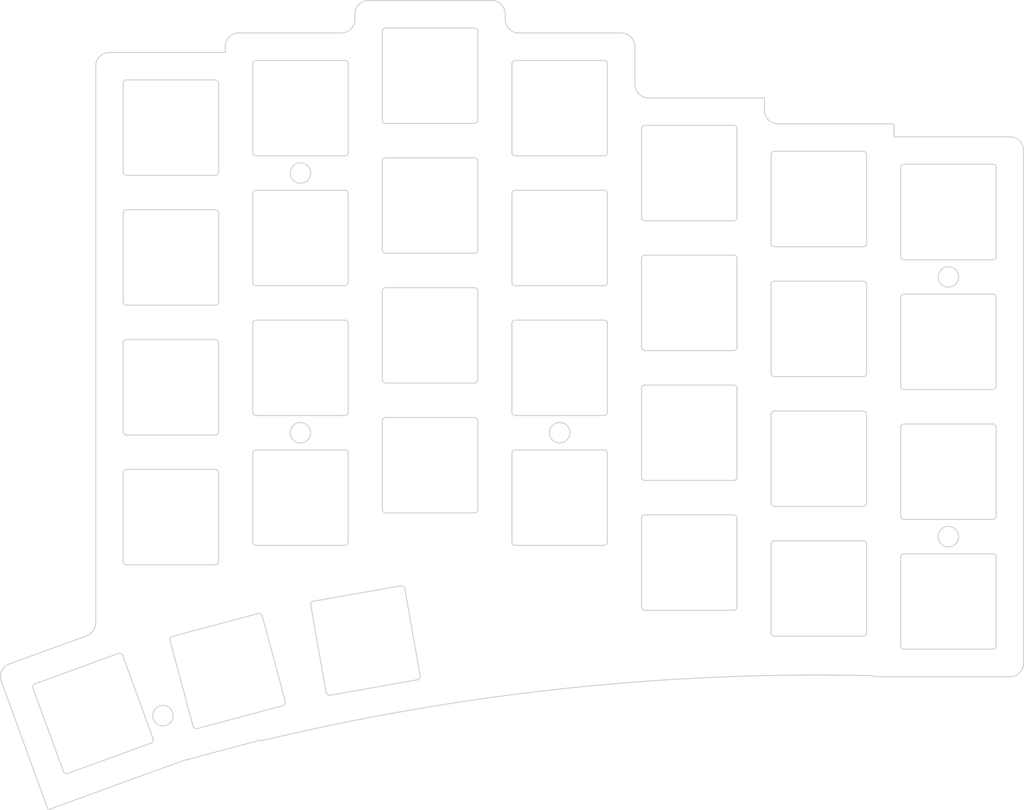
<source format=kicad_pcb>


(kicad_pcb (version 20171130) (host pcbnew 5.1.6)

  (page A3)
  (title_block
    (title "plate_right")
    (rev "v1.0.0")
    (company "Unknown")
  )

  (general
    (thickness 1.6)
  )

  (layers
    (0 F.Cu signal)
    (31 B.Cu signal)
    (32 B.Adhes user)
    (33 F.Adhes user)
    (34 B.Paste user)
    (35 F.Paste user)
    (36 B.SilkS user)
    (37 F.SilkS user)
    (38 B.Mask user)
    (39 F.Mask user)
    (40 Dwgs.User user)
    (41 Cmts.User user)
    (42 Eco1.User user)
    (43 Eco2.User user)
    (44 Edge.Cuts user)
    (45 Margin user)
    (46 B.CrtYd user)
    (47 F.CrtYd user)
    (48 B.Fab user)
    (49 F.Fab user)
  )

  (setup
    (last_trace_width 0.25)
    (trace_clearance 0.2)
    (zone_clearance 0.508)
    (zone_45_only no)
    (trace_min 0.2)
    (via_size 0.8)
    (via_drill 0.4)
    (via_min_size 0.4)
    (via_min_drill 0.3)
    (uvia_size 0.3)
    (uvia_drill 0.1)
    (uvias_allowed no)
    (uvia_min_size 0.2)
    (uvia_min_drill 0.1)
    (edge_width 0.05)
    (segment_width 0.2)
    (pcb_text_width 0.3)
    (pcb_text_size 1.5 1.5)
    (mod_edge_width 0.12)
    (mod_text_size 1 1)
    (mod_text_width 0.15)
    (pad_size 1.524 1.524)
    (pad_drill 0.762)
    (pad_to_mask_clearance 0.05)
    (aux_axis_origin 0 0)
    (visible_elements FFFFFF7F)
    (pcbplotparams
      (layerselection 0x010fc_ffffffff)
      (usegerberextensions false)
      (usegerberattributes true)
      (usegerberadvancedattributes true)
      (creategerberjobfile true)
      (excludeedgelayer true)
      (linewidth 0.100000)
      (plotframeref false)
      (viasonmask false)
      (mode 1)
      (useauxorigin false)
      (hpglpennumber 1)
      (hpglpenspeed 20)
      (hpglpendiameter 15.000000)
      (psnegative false)
      (psa4output false)
      (plotreference true)
      (plotvalue true)
      (plotinvisibletext false)
      (padsonsilk false)
      (subtractmaskfromsilk false)
      (outputformat 1)
      (mirror false)
      (drillshape 1)
      (scaleselection 1)
      (outputdirectory ""))
  )

  (net 0 "")

  (net_class Default "This is the default net class."
    (clearance 0.2)
    (trace_width 0.25)
    (via_dia 0.8)
    (via_drill 0.4)
    (uvia_dia 0.3)
    (uvia_drill 0.1)
    (add_net "")
  )

  
  (gr_line (start 364.975 211.025) (end 369.8480938 211.02499999999998) (angle 90) (layer Edge.Cuts) (width 0.15))
(gr_line (start 370.28378705000745 211.025) (end 385.02500000000003 211.025) (angle 90) (layer Edge.Cuts) (width 0.15))
(gr_line (start 387.02500000000003 209.025) (end 387.02500000000003 133.82499999999996) (angle 90) (layer Edge.Cuts) (width 0.15))
(gr_line (start 364.97500030000003 210.8784445) (end 364.975 211.025) (angle 90) (layer Edge.Cuts) (width 0.15))
(gr_line (start 385.02500000000003 131.82499999999996) (end 368.02500000000003 131.82499999999996) (angle 90) (layer Edge.Cuts) (width 0.15))
(gr_line (start 368.02500000000003 131.82499999999996) (end 368.02500000000003 129.91999999999996) (angle 90) (layer Edge.Cuts) (width 0.15))
(gr_line (start 368.02500000000003 129.91999999999996) (end 351.02500000000003 129.91999999999996) (angle 90) (layer Edge.Cuts) (width 0.15))
(gr_line (start 349.02500000000003 127.91999999999996) (end 349.02500000000003 126.10999999999997) (angle 90) (layer Edge.Cuts) (width 0.15))
(gr_line (start 349.02500000000003 126.10999999999997) (end 332.02500000000003 126.10999999999997) (angle 90) (layer Edge.Cuts) (width 0.15))
(gr_line (start 330.02500000000003 124.10999999999997) (end 330.02500000000003 118.58499999999997) (angle 90) (layer Edge.Cuts) (width 0.15))
(gr_line (start 328.02500000000003 116.58499999999997) (end 313.02500000000003 116.58499999999997) (angle 90) (layer Edge.Cuts) (width 0.15))
(gr_line (start 311.02500000000003 114.58499999999997) (end 311.02500000000003 113.82249999999998) (angle 90) (layer Edge.Cuts) (width 0.15))
(gr_line (start 309.02500000000003 111.82249999999998) (end 290.975 111.82249999999998) (angle 90) (layer Edge.Cuts) (width 0.15))
(gr_line (start 288.975 113.82249999999998) (end 288.975 114.58499999999997) (angle 90) (layer Edge.Cuts) (width 0.15))
(gr_line (start 286.975 116.58499999999997) (end 271.975 116.58499999999997) (angle 90) (layer Edge.Cuts) (width 0.15))
(gr_line (start 269.975 118.58499999999997) (end 269.975 119.44249999999998) (angle 90) (layer Edge.Cuts) (width 0.15))
(gr_line (start 250.975 203.14204042273946) (end 250.975 121.44249999999998) (angle 90) (layer Edge.Cuts) (width 0.15))
(gr_line (start 269.975 119.44249999999998) (end 252.975 119.44249999999998) (angle 90) (layer Edge.Cuts) (width 0.15))
(gr_line (start 263.63635403602774 223.39921936068947) (end 275.1999686875736 220.3007581818008) (angle 90) (layer Edge.Cuts) (width 0.15))
(gr_line (start 243.99642189999997 230.54756999999998) (end 263.63635403602774 223.39921936068947) (angle 90) (layer Edge.Cuts) (width 0.15))
(gr_line (start 249.65904021169777 205.0214256548788) (end 238.33426313438088 209.14330738542643) (angle 90) (layer Edge.Cuts) (width 0.15))
(gr_line (start 237.13891802563703 211.70673286140288) (end 243.99642189999997 230.54756999999998) (angle 90) (layer Edge.Cuts) (width 0.15))
(gr_line (start 370.2867009 211.04152449999998) (end 370.28378705000745 211.0250000000001) (angle 90) (layer Edge.Cuts) (width 0.15))
(gr_line (start 275.1999686875736 220.3007581818008) (end 275.2255387 220.44577199999998) (angle 90) (layer Edge.Cuts) (width 0.15))
(gr_arc (start 356.8905105 560.7850621) (end 370.2867009 211.04152449999998) (angle -0.07185190296752353) (layer Edge.Cuts) (width 0.15))
(gr_arc (start 356.8905105 560.7850621) (end 364.97500030000003 210.8784445) (angle -14.816680192135209) (layer Edge.Cuts) (width 0.15))
(gr_arc (start 385.02500000000003 209.025) (end 385.02500000000003 211.025) (angle -90) (layer Edge.Cuts) (width 0.15))
(gr_arc (start 385.02500000000003 133.82499999999996) (end 387.02500000000003 133.82499999999996) (angle -90) (layer Edge.Cuts) (width 0.15))
(gr_arc (start 351.02500000000003 127.91999999999996) (end 349.02500000000003 127.91999999999996) (angle -90) (layer Edge.Cuts) (width 0.15))
(gr_arc (start 332.02500000000003 124.10999999999997) (end 330.02500000000003 124.10999999999997) (angle -90) (layer Edge.Cuts) (width 0.15))
(gr_arc (start 328.02500000000003 118.58499999999997) (end 330.02500000000003 118.58499999999997) (angle -90) (layer Edge.Cuts) (width 0.15))
(gr_arc (start 313.02500000000003 114.58499999999997) (end 311.02500000000003 114.58499999999997) (angle -90) (layer Edge.Cuts) (width 0.15))
(gr_arc (start 309.02500000000003 113.82249999999998) (end 311.02500000000003 113.82249999999998) (angle -90) (layer Edge.Cuts) (width 0.15))
(gr_arc (start 290.975 113.82249999999998) (end 290.975 111.82249999999998) (angle -90) (layer Edge.Cuts) (width 0.15))
(gr_arc (start 286.975 114.58499999999997) (end 286.975 116.58499999999997) (angle -90) (layer Edge.Cuts) (width 0.15))
(gr_arc (start 271.975 118.58499999999997) (end 271.975 116.58499999999997) (angle -90) (layer Edge.Cuts) (width 0.15))
(gr_arc (start 252.975 121.44249999999998) (end 252.975 119.44249999999998) (angle -90) (layer Edge.Cuts) (width 0.15))
(gr_arc (start 248.975 203.14204042273946) (end 249.6590402 205.02142572273945) (angle -70.00000192534492) (layer Edge.Cuts) (width 0.15))
(gr_arc (start 239.01830334607862 211.0226926175658) (end 238.33426314607863 209.1433073175658) (angle -89.99999999999874) (layer Edge.Cuts) (width 0.15))
(gr_line (start 369.5 207) (end 382.5 207) (angle 90) (layer Edge.Cuts) (width 0.15))
(gr_line (start 383 206.5) (end 383 193.5) (angle 90) (layer Edge.Cuts) (width 0.15))
(gr_line (start 382.5 193) (end 369.5 193) (angle 90) (layer Edge.Cuts) (width 0.15))
(gr_line (start 369 193.5) (end 369 206.5) (angle 90) (layer Edge.Cuts) (width 0.15))
(gr_arc (start 382.5 206.5) (end 382.5 207) (angle -90) (layer Edge.Cuts) (width 0.15))
(gr_arc (start 382.5 193.5) (end 383 193.5) (angle -90) (layer Edge.Cuts) (width 0.15))
(gr_arc (start 369.5 193.5) (end 369.5 193) (angle -90) (layer Edge.Cuts) (width 0.15))
(gr_arc (start 369.5 206.5) (end 369 206.5) (angle -90) (layer Edge.Cuts) (width 0.15))
(gr_line (start 369.5 187.95) (end 382.5 187.95) (angle 90) (layer Edge.Cuts) (width 0.15))
(gr_line (start 383 187.45) (end 383 174.45) (angle 90) (layer Edge.Cuts) (width 0.15))
(gr_line (start 382.5 173.95) (end 369.5 173.95) (angle 90) (layer Edge.Cuts) (width 0.15))
(gr_line (start 369 174.45) (end 369 187.45) (angle 90) (layer Edge.Cuts) (width 0.15))
(gr_arc (start 382.5 187.45) (end 382.5 187.95) (angle -90) (layer Edge.Cuts) (width 0.15))
(gr_arc (start 382.5 174.45) (end 383 174.45) (angle -90) (layer Edge.Cuts) (width 0.15))
(gr_arc (start 369.5 174.45) (end 369.5 173.95) (angle -90) (layer Edge.Cuts) (width 0.15))
(gr_arc (start 369.5 187.45) (end 369 187.45) (angle -90) (layer Edge.Cuts) (width 0.15))
(gr_line (start 369.5 168.89999999999998) (end 382.5 168.89999999999998) (angle 90) (layer Edge.Cuts) (width 0.15))
(gr_line (start 383 168.39999999999998) (end 383 155.39999999999998) (angle 90) (layer Edge.Cuts) (width 0.15))
(gr_line (start 382.5 154.89999999999998) (end 369.5 154.89999999999998) (angle 90) (layer Edge.Cuts) (width 0.15))
(gr_line (start 369 155.39999999999998) (end 369 168.39999999999998) (angle 90) (layer Edge.Cuts) (width 0.15))
(gr_arc (start 382.5 168.39999999999998) (end 382.5 168.89999999999998) (angle -90) (layer Edge.Cuts) (width 0.15))
(gr_arc (start 382.5 155.39999999999998) (end 383 155.39999999999998) (angle -90) (layer Edge.Cuts) (width 0.15))
(gr_arc (start 369.5 155.39999999999998) (end 369.5 154.89999999999998) (angle -90) (layer Edge.Cuts) (width 0.15))
(gr_arc (start 369.5 168.39999999999998) (end 369 168.39999999999998) (angle -90) (layer Edge.Cuts) (width 0.15))
(gr_line (start 369.5 149.84999999999997) (end 382.5 149.84999999999997) (angle 90) (layer Edge.Cuts) (width 0.15))
(gr_line (start 383 149.34999999999997) (end 383 136.34999999999997) (angle 90) (layer Edge.Cuts) (width 0.15))
(gr_line (start 382.5 135.84999999999997) (end 369.5 135.84999999999997) (angle 90) (layer Edge.Cuts) (width 0.15))
(gr_line (start 369 136.34999999999997) (end 369 149.34999999999997) (angle 90) (layer Edge.Cuts) (width 0.15))
(gr_arc (start 382.5 149.34999999999997) (end 382.5 149.84999999999997) (angle -90) (layer Edge.Cuts) (width 0.15))
(gr_arc (start 382.5 136.34999999999997) (end 383 136.34999999999997) (angle -90) (layer Edge.Cuts) (width 0.15))
(gr_arc (start 369.5 136.34999999999997) (end 369.5 135.84999999999997) (angle -90) (layer Edge.Cuts) (width 0.15))
(gr_arc (start 369.5 149.34999999999997) (end 369 149.34999999999997) (angle -90) (layer Edge.Cuts) (width 0.15))
(gr_line (start 350.5 205.095) (end 363.5 205.095) (angle 90) (layer Edge.Cuts) (width 0.15))
(gr_line (start 364 204.595) (end 364 191.595) (angle 90) (layer Edge.Cuts) (width 0.15))
(gr_line (start 363.5 191.095) (end 350.5 191.095) (angle 90) (layer Edge.Cuts) (width 0.15))
(gr_line (start 350 191.595) (end 350 204.595) (angle 90) (layer Edge.Cuts) (width 0.15))
(gr_arc (start 363.5 204.595) (end 363.5 205.095) (angle -90) (layer Edge.Cuts) (width 0.15))
(gr_arc (start 363.5 191.595) (end 364 191.595) (angle -90) (layer Edge.Cuts) (width 0.15))
(gr_arc (start 350.5 191.595) (end 350.5 191.095) (angle -90) (layer Edge.Cuts) (width 0.15))
(gr_arc (start 350.5 204.595) (end 350 204.595) (angle -90) (layer Edge.Cuts) (width 0.15))
(gr_line (start 350.5 186.045) (end 363.5 186.045) (angle 90) (layer Edge.Cuts) (width 0.15))
(gr_line (start 364 185.545) (end 364 172.545) (angle 90) (layer Edge.Cuts) (width 0.15))
(gr_line (start 363.5 172.045) (end 350.5 172.045) (angle 90) (layer Edge.Cuts) (width 0.15))
(gr_line (start 350 172.545) (end 350 185.545) (angle 90) (layer Edge.Cuts) (width 0.15))
(gr_arc (start 363.5 185.545) (end 363.5 186.045) (angle -90) (layer Edge.Cuts) (width 0.15))
(gr_arc (start 363.5 172.545) (end 364 172.545) (angle -90) (layer Edge.Cuts) (width 0.15))
(gr_arc (start 350.5 172.545) (end 350.5 172.045) (angle -90) (layer Edge.Cuts) (width 0.15))
(gr_arc (start 350.5 185.545) (end 350 185.545) (angle -90) (layer Edge.Cuts) (width 0.15))
(gr_line (start 350.5 166.99499999999998) (end 363.5 166.99499999999998) (angle 90) (layer Edge.Cuts) (width 0.15))
(gr_line (start 364 166.49499999999998) (end 364 153.49499999999998) (angle 90) (layer Edge.Cuts) (width 0.15))
(gr_line (start 363.5 152.99499999999998) (end 350.5 152.99499999999998) (angle 90) (layer Edge.Cuts) (width 0.15))
(gr_line (start 350 153.49499999999998) (end 350 166.49499999999998) (angle 90) (layer Edge.Cuts) (width 0.15))
(gr_arc (start 363.5 166.49499999999998) (end 363.5 166.99499999999998) (angle -90) (layer Edge.Cuts) (width 0.15))
(gr_arc (start 363.5 153.49499999999998) (end 364 153.49499999999998) (angle -90) (layer Edge.Cuts) (width 0.15))
(gr_arc (start 350.5 153.49499999999998) (end 350.5 152.99499999999998) (angle -90) (layer Edge.Cuts) (width 0.15))
(gr_arc (start 350.5 166.49499999999998) (end 350 166.49499999999998) (angle -90) (layer Edge.Cuts) (width 0.15))
(gr_line (start 350.5 147.94499999999996) (end 363.5 147.94499999999996) (angle 90) (layer Edge.Cuts) (width 0.15))
(gr_line (start 364 147.44499999999996) (end 364 134.44499999999996) (angle 90) (layer Edge.Cuts) (width 0.15))
(gr_line (start 363.5 133.94499999999996) (end 350.5 133.94499999999996) (angle 90) (layer Edge.Cuts) (width 0.15))
(gr_line (start 350 134.44499999999996) (end 350 147.44499999999996) (angle 90) (layer Edge.Cuts) (width 0.15))
(gr_arc (start 363.5 147.44499999999996) (end 363.5 147.94499999999996) (angle -90) (layer Edge.Cuts) (width 0.15))
(gr_arc (start 363.5 134.44499999999996) (end 364 134.44499999999996) (angle -90) (layer Edge.Cuts) (width 0.15))
(gr_arc (start 350.5 134.44499999999996) (end 350.5 133.94499999999996) (angle -90) (layer Edge.Cuts) (width 0.15))
(gr_arc (start 350.5 147.44499999999996) (end 350 147.44499999999996) (angle -90) (layer Edge.Cuts) (width 0.15))
(gr_line (start 331.5 201.285) (end 344.5 201.285) (angle 90) (layer Edge.Cuts) (width 0.15))
(gr_line (start 345 200.785) (end 345 187.785) (angle 90) (layer Edge.Cuts) (width 0.15))
(gr_line (start 344.5 187.285) (end 331.5 187.285) (angle 90) (layer Edge.Cuts) (width 0.15))
(gr_line (start 331 187.785) (end 331 200.785) (angle 90) (layer Edge.Cuts) (width 0.15))
(gr_arc (start 344.5 200.785) (end 344.5 201.285) (angle -90) (layer Edge.Cuts) (width 0.15))
(gr_arc (start 344.5 187.785) (end 345 187.785) (angle -90) (layer Edge.Cuts) (width 0.15))
(gr_arc (start 331.5 187.785) (end 331.5 187.285) (angle -90) (layer Edge.Cuts) (width 0.15))
(gr_arc (start 331.5 200.785) (end 331 200.785) (angle -90) (layer Edge.Cuts) (width 0.15))
(gr_line (start 331.5 182.23499999999999) (end 344.5 182.23499999999999) (angle 90) (layer Edge.Cuts) (width 0.15))
(gr_line (start 345 181.73499999999999) (end 345 168.73499999999999) (angle 90) (layer Edge.Cuts) (width 0.15))
(gr_line (start 344.5 168.23499999999999) (end 331.5 168.23499999999999) (angle 90) (layer Edge.Cuts) (width 0.15))
(gr_line (start 331 168.73499999999999) (end 331 181.73499999999999) (angle 90) (layer Edge.Cuts) (width 0.15))
(gr_arc (start 344.5 181.73499999999999) (end 344.5 182.23499999999999) (angle -90) (layer Edge.Cuts) (width 0.15))
(gr_arc (start 344.5 168.73499999999999) (end 345 168.73499999999999) (angle -90) (layer Edge.Cuts) (width 0.15))
(gr_arc (start 331.5 168.73499999999999) (end 331.5 168.23499999999999) (angle -90) (layer Edge.Cuts) (width 0.15))
(gr_arc (start 331.5 181.73499999999999) (end 331 181.73499999999999) (angle -90) (layer Edge.Cuts) (width 0.15))
(gr_line (start 331.5 163.18499999999997) (end 344.5 163.18499999999997) (angle 90) (layer Edge.Cuts) (width 0.15))
(gr_line (start 345 162.68499999999997) (end 345 149.68499999999997) (angle 90) (layer Edge.Cuts) (width 0.15))
(gr_line (start 344.5 149.18499999999997) (end 331.5 149.18499999999997) (angle 90) (layer Edge.Cuts) (width 0.15))
(gr_line (start 331 149.68499999999997) (end 331 162.68499999999997) (angle 90) (layer Edge.Cuts) (width 0.15))
(gr_arc (start 344.5 162.68499999999997) (end 344.5 163.18499999999997) (angle -90) (layer Edge.Cuts) (width 0.15))
(gr_arc (start 344.5 149.68499999999997) (end 345 149.68499999999997) (angle -90) (layer Edge.Cuts) (width 0.15))
(gr_arc (start 331.5 149.68499999999997) (end 331.5 149.18499999999997) (angle -90) (layer Edge.Cuts) (width 0.15))
(gr_arc (start 331.5 162.68499999999997) (end 331 162.68499999999997) (angle -90) (layer Edge.Cuts) (width 0.15))
(gr_line (start 331.5 144.13499999999996) (end 344.5 144.13499999999996) (angle 90) (layer Edge.Cuts) (width 0.15))
(gr_line (start 345 143.63499999999996) (end 345 130.63499999999996) (angle 90) (layer Edge.Cuts) (width 0.15))
(gr_line (start 344.5 130.13499999999996) (end 331.5 130.13499999999996) (angle 90) (layer Edge.Cuts) (width 0.15))
(gr_line (start 331 130.63499999999996) (end 331 143.63499999999996) (angle 90) (layer Edge.Cuts) (width 0.15))
(gr_arc (start 344.5 143.63499999999996) (end 344.5 144.13499999999996) (angle -90) (layer Edge.Cuts) (width 0.15))
(gr_arc (start 344.5 130.63499999999996) (end 345 130.63499999999996) (angle -90) (layer Edge.Cuts) (width 0.15))
(gr_arc (start 331.5 130.63499999999996) (end 331.5 130.13499999999996) (angle -90) (layer Edge.Cuts) (width 0.15))
(gr_arc (start 331.5 143.63499999999996) (end 331 143.63499999999996) (angle -90) (layer Edge.Cuts) (width 0.15))
(gr_line (start 312.5 191.76) (end 325.5 191.76) (angle 90) (layer Edge.Cuts) (width 0.15))
(gr_line (start 326 191.26) (end 326 178.26) (angle 90) (layer Edge.Cuts) (width 0.15))
(gr_line (start 325.5 177.76) (end 312.5 177.76) (angle 90) (layer Edge.Cuts) (width 0.15))
(gr_line (start 312 178.26) (end 312 191.26) (angle 90) (layer Edge.Cuts) (width 0.15))
(gr_arc (start 325.5 191.26) (end 325.5 191.76) (angle -90) (layer Edge.Cuts) (width 0.15))
(gr_arc (start 325.5 178.26) (end 326 178.26) (angle -90) (layer Edge.Cuts) (width 0.15))
(gr_arc (start 312.5 178.26) (end 312.5 177.76) (angle -90) (layer Edge.Cuts) (width 0.15))
(gr_arc (start 312.5 191.26) (end 312 191.26) (angle -90) (layer Edge.Cuts) (width 0.15))
(gr_line (start 312.5 172.70999999999998) (end 325.5 172.70999999999998) (angle 90) (layer Edge.Cuts) (width 0.15))
(gr_line (start 326 172.20999999999998) (end 326 159.20999999999998) (angle 90) (layer Edge.Cuts) (width 0.15))
(gr_line (start 325.5 158.70999999999998) (end 312.5 158.70999999999998) (angle 90) (layer Edge.Cuts) (width 0.15))
(gr_line (start 312 159.20999999999998) (end 312 172.20999999999998) (angle 90) (layer Edge.Cuts) (width 0.15))
(gr_arc (start 325.5 172.20999999999998) (end 325.5 172.70999999999998) (angle -90) (layer Edge.Cuts) (width 0.15))
(gr_arc (start 325.5 159.20999999999998) (end 326 159.20999999999998) (angle -90) (layer Edge.Cuts) (width 0.15))
(gr_arc (start 312.5 159.20999999999998) (end 312.5 158.70999999999998) (angle -90) (layer Edge.Cuts) (width 0.15))
(gr_arc (start 312.5 172.20999999999998) (end 312 172.20999999999998) (angle -90) (layer Edge.Cuts) (width 0.15))
(gr_line (start 312.5 153.65999999999997) (end 325.5 153.65999999999997) (angle 90) (layer Edge.Cuts) (width 0.15))
(gr_line (start 326 153.15999999999997) (end 326 140.15999999999997) (angle 90) (layer Edge.Cuts) (width 0.15))
(gr_line (start 325.5 139.65999999999997) (end 312.5 139.65999999999997) (angle 90) (layer Edge.Cuts) (width 0.15))
(gr_line (start 312 140.15999999999997) (end 312 153.15999999999997) (angle 90) (layer Edge.Cuts) (width 0.15))
(gr_arc (start 325.5 153.15999999999997) (end 325.5 153.65999999999997) (angle -90) (layer Edge.Cuts) (width 0.15))
(gr_arc (start 325.5 140.15999999999997) (end 326 140.15999999999997) (angle -90) (layer Edge.Cuts) (width 0.15))
(gr_arc (start 312.5 140.15999999999997) (end 312.5 139.65999999999997) (angle -90) (layer Edge.Cuts) (width 0.15))
(gr_arc (start 312.5 153.15999999999997) (end 312 153.15999999999997) (angle -90) (layer Edge.Cuts) (width 0.15))
(gr_line (start 312.5 134.60999999999996) (end 325.5 134.60999999999996) (angle 90) (layer Edge.Cuts) (width 0.15))
(gr_line (start 326 134.10999999999996) (end 326 121.10999999999997) (angle 90) (layer Edge.Cuts) (width 0.15))
(gr_line (start 325.5 120.60999999999997) (end 312.5 120.60999999999997) (angle 90) (layer Edge.Cuts) (width 0.15))
(gr_line (start 312 121.10999999999997) (end 312 134.10999999999996) (angle 90) (layer Edge.Cuts) (width 0.15))
(gr_arc (start 325.5 134.10999999999996) (end 325.5 134.60999999999996) (angle -90) (layer Edge.Cuts) (width 0.15))
(gr_arc (start 325.5 121.10999999999997) (end 326 121.10999999999997) (angle -90) (layer Edge.Cuts) (width 0.15))
(gr_arc (start 312.5 121.10999999999997) (end 312.5 120.60999999999997) (angle -90) (layer Edge.Cuts) (width 0.15))
(gr_arc (start 312.5 134.10999999999996) (end 312 134.10999999999996) (angle -90) (layer Edge.Cuts) (width 0.15))
(gr_line (start 274.5 191.76) (end 287.5 191.76) (angle 90) (layer Edge.Cuts) (width 0.15))
(gr_line (start 288 191.26) (end 288 178.26) (angle 90) (layer Edge.Cuts) (width 0.15))
(gr_line (start 287.5 177.76) (end 274.5 177.76) (angle 90) (layer Edge.Cuts) (width 0.15))
(gr_line (start 274 178.26) (end 274 191.26) (angle 90) (layer Edge.Cuts) (width 0.15))
(gr_arc (start 287.5 191.26) (end 287.5 191.76) (angle -90) (layer Edge.Cuts) (width 0.15))
(gr_arc (start 287.5 178.26) (end 288 178.26) (angle -90) (layer Edge.Cuts) (width 0.15))
(gr_arc (start 274.5 178.26) (end 274.5 177.76) (angle -90) (layer Edge.Cuts) (width 0.15))
(gr_arc (start 274.5 191.26) (end 274 191.26) (angle -90) (layer Edge.Cuts) (width 0.15))
(gr_line (start 274.5 172.70999999999998) (end 287.5 172.70999999999998) (angle 90) (layer Edge.Cuts) (width 0.15))
(gr_line (start 288 172.20999999999998) (end 288 159.20999999999998) (angle 90) (layer Edge.Cuts) (width 0.15))
(gr_line (start 287.5 158.70999999999998) (end 274.5 158.70999999999998) (angle 90) (layer Edge.Cuts) (width 0.15))
(gr_line (start 274 159.20999999999998) (end 274 172.20999999999998) (angle 90) (layer Edge.Cuts) (width 0.15))
(gr_arc (start 287.5 172.20999999999998) (end 287.5 172.70999999999998) (angle -90) (layer Edge.Cuts) (width 0.15))
(gr_arc (start 287.5 159.20999999999998) (end 288 159.20999999999998) (angle -90) (layer Edge.Cuts) (width 0.15))
(gr_arc (start 274.5 159.20999999999998) (end 274.5 158.70999999999998) (angle -90) (layer Edge.Cuts) (width 0.15))
(gr_arc (start 274.5 172.20999999999998) (end 274 172.20999999999998) (angle -90) (layer Edge.Cuts) (width 0.15))
(gr_line (start 274.5 153.65999999999997) (end 287.5 153.65999999999997) (angle 90) (layer Edge.Cuts) (width 0.15))
(gr_line (start 288 153.15999999999997) (end 288 140.15999999999997) (angle 90) (layer Edge.Cuts) (width 0.15))
(gr_line (start 287.5 139.65999999999997) (end 274.5 139.65999999999997) (angle 90) (layer Edge.Cuts) (width 0.15))
(gr_line (start 274 140.15999999999997) (end 274 153.15999999999997) (angle 90) (layer Edge.Cuts) (width 0.15))
(gr_arc (start 287.5 153.15999999999997) (end 287.5 153.65999999999997) (angle -90) (layer Edge.Cuts) (width 0.15))
(gr_arc (start 287.5 140.15999999999997) (end 288 140.15999999999997) (angle -90) (layer Edge.Cuts) (width 0.15))
(gr_arc (start 274.5 140.15999999999997) (end 274.5 139.65999999999997) (angle -90) (layer Edge.Cuts) (width 0.15))
(gr_arc (start 274.5 153.15999999999997) (end 274 153.15999999999997) (angle -90) (layer Edge.Cuts) (width 0.15))
(gr_line (start 274.5 134.60999999999996) (end 287.5 134.60999999999996) (angle 90) (layer Edge.Cuts) (width 0.15))
(gr_line (start 288 134.10999999999996) (end 288 121.10999999999997) (angle 90) (layer Edge.Cuts) (width 0.15))
(gr_line (start 287.5 120.60999999999997) (end 274.5 120.60999999999997) (angle 90) (layer Edge.Cuts) (width 0.15))
(gr_line (start 274 121.10999999999997) (end 274 134.10999999999996) (angle 90) (layer Edge.Cuts) (width 0.15))
(gr_arc (start 287.5 134.10999999999996) (end 287.5 134.60999999999996) (angle -90) (layer Edge.Cuts) (width 0.15))
(gr_arc (start 287.5 121.10999999999997) (end 288 121.10999999999997) (angle -90) (layer Edge.Cuts) (width 0.15))
(gr_arc (start 274.5 121.10999999999997) (end 274.5 120.60999999999997) (angle -90) (layer Edge.Cuts) (width 0.15))
(gr_arc (start 274.5 134.10999999999996) (end 274 134.10999999999996) (angle -90) (layer Edge.Cuts) (width 0.15))
(gr_line (start 255.5 194.6175) (end 268.5 194.6175) (angle 90) (layer Edge.Cuts) (width 0.15))
(gr_line (start 269 194.1175) (end 269 181.1175) (angle 90) (layer Edge.Cuts) (width 0.15))
(gr_line (start 268.5 180.6175) (end 255.5 180.6175) (angle 90) (layer Edge.Cuts) (width 0.15))
(gr_line (start 255 181.1175) (end 255 194.1175) (angle 90) (layer Edge.Cuts) (width 0.15))
(gr_arc (start 268.5 194.1175) (end 268.5 194.6175) (angle -90) (layer Edge.Cuts) (width 0.15))
(gr_arc (start 268.5 181.1175) (end 269 181.1175) (angle -90) (layer Edge.Cuts) (width 0.15))
(gr_arc (start 255.5 181.1175) (end 255.5 180.6175) (angle -90) (layer Edge.Cuts) (width 0.15))
(gr_arc (start 255.5 194.1175) (end 255 194.1175) (angle -90) (layer Edge.Cuts) (width 0.15))
(gr_line (start 255.5 175.5675) (end 268.5 175.5675) (angle 90) (layer Edge.Cuts) (width 0.15))
(gr_line (start 269 175.0675) (end 269 162.0675) (angle 90) (layer Edge.Cuts) (width 0.15))
(gr_line (start 268.5 161.5675) (end 255.5 161.5675) (angle 90) (layer Edge.Cuts) (width 0.15))
(gr_line (start 255 162.0675) (end 255 175.0675) (angle 90) (layer Edge.Cuts) (width 0.15))
(gr_arc (start 268.5 175.0675) (end 268.5 175.5675) (angle -90) (layer Edge.Cuts) (width 0.15))
(gr_arc (start 268.5 162.0675) (end 269 162.0675) (angle -90) (layer Edge.Cuts) (width 0.15))
(gr_arc (start 255.5 162.0675) (end 255.5 161.5675) (angle -90) (layer Edge.Cuts) (width 0.15))
(gr_arc (start 255.5 175.0675) (end 255 175.0675) (angle -90) (layer Edge.Cuts) (width 0.15))
(gr_line (start 255.5 156.51749999999998) (end 268.5 156.51749999999998) (angle 90) (layer Edge.Cuts) (width 0.15))
(gr_line (start 269 156.01749999999998) (end 269 143.01749999999998) (angle 90) (layer Edge.Cuts) (width 0.15))
(gr_line (start 268.5 142.51749999999998) (end 255.5 142.51749999999998) (angle 90) (layer Edge.Cuts) (width 0.15))
(gr_line (start 255 143.01749999999998) (end 255 156.01749999999998) (angle 90) (layer Edge.Cuts) (width 0.15))
(gr_arc (start 268.5 156.01749999999998) (end 268.5 156.51749999999998) (angle -90) (layer Edge.Cuts) (width 0.15))
(gr_arc (start 268.5 143.01749999999998) (end 269 143.01749999999998) (angle -90) (layer Edge.Cuts) (width 0.15))
(gr_arc (start 255.5 143.01749999999998) (end 255.5 142.51749999999998) (angle -90) (layer Edge.Cuts) (width 0.15))
(gr_arc (start 255.5 156.01749999999998) (end 255 156.01749999999998) (angle -90) (layer Edge.Cuts) (width 0.15))
(gr_line (start 255.5 137.46749999999997) (end 268.5 137.46749999999997) (angle 90) (layer Edge.Cuts) (width 0.15))
(gr_line (start 269 136.96749999999997) (end 269 123.96749999999997) (angle 90) (layer Edge.Cuts) (width 0.15))
(gr_line (start 268.5 123.46749999999997) (end 255.5 123.46749999999997) (angle 90) (layer Edge.Cuts) (width 0.15))
(gr_line (start 255 123.96749999999997) (end 255 136.96749999999997) (angle 90) (layer Edge.Cuts) (width 0.15))
(gr_arc (start 268.5 136.96749999999997) (end 268.5 137.46749999999997) (angle -90) (layer Edge.Cuts) (width 0.15))
(gr_arc (start 268.5 123.96749999999997) (end 269 123.96749999999997) (angle -90) (layer Edge.Cuts) (width 0.15))
(gr_arc (start 255.5 123.96749999999997) (end 255.5 123.46749999999997) (angle -90) (layer Edge.Cuts) (width 0.15))
(gr_arc (start 255.5 136.96749999999997) (end 255 136.96749999999997) (angle -90) (layer Edge.Cuts) (width 0.15))
(gr_line (start 285.33928679999997 213.73736739999998) (end 298.1417876 211.47994109999996) (angle 90) (layer Edge.Cuts) (width 0.15))
(gr_line (start 298.5473674 210.90071319999998) (end 296.28994109999996 198.09821239999997) (angle 90) (layer Edge.Cuts) (width 0.15))
(gr_line (start 295.7107132 197.69263259999997) (end 282.90821239999997 199.9500589) (angle 90) (layer Edge.Cuts) (width 0.15))
(gr_line (start 282.50263259999997 200.52928679999997) (end 284.7600589 213.33178759999998) (angle 90) (layer Edge.Cuts) (width 0.15))
(gr_arc (start 298.0549635 210.98753719999996) (end 298.1417876 211.47994109999996) (angle -90) (layer Edge.Cuts) (width 0.15))
(gr_arc (start 295.79753719999997 198.18503649999997) (end 296.28994109999996 198.09821239999997) (angle -90) (layer Edge.Cuts) (width 0.15))
(gr_arc (start 282.99503649999997 200.4424628) (end 282.90821239999997 199.9500589) (angle -90) (layer Edge.Cuts) (width 0.15))
(gr_arc (start 285.2524628 213.24496349999998) (end 284.7600589 213.33178759999998) (angle -90) (layer Edge.Cuts) (width 0.15))
(gr_line (start 265.85497300000003 218.63775559999996) (end 278.4120088 215.27310799999998) (angle 90) (layer Edge.Cuts) (width 0.15))
(gr_line (start 278.76556220000003 214.66073559999998) (end 275.4009146 202.10369979999996) (angle 90) (layer Edge.Cuts) (width 0.15))
(gr_line (start 274.7885422 201.75014639999998) (end 262.2315064 205.11479399999996) (angle 90) (layer Edge.Cuts) (width 0.15))
(gr_line (start 261.877953 205.72716639999996) (end 265.2426006 218.28420219999998) (angle 90) (layer Edge.Cuts) (width 0.15))
(gr_arc (start 278.2825993 214.79014509999996) (end 278.4120088 215.27310799999995) (angle -90) (layer Edge.Cuts) (width 0.15))
(gr_arc (start 274.9179517 202.23310929999997) (end 275.4009146 202.10369979999996) (angle -90) (layer Edge.Cuts) (width 0.15))
(gr_arc (start 262.3609159 205.59775689999998) (end 262.2315064 205.114794) (angle -90) (layer Edge.Cuts) (width 0.15))
(gr_arc (start 265.7255635 218.15479269999997) (end 265.2426006 218.28420219999998) (angle -90) (layer Edge.Cuts) (width 0.15))
(gr_line (start 246.87189999999998 225.21766609999997) (end 259.087904 220.77140419999998) (angle 90) (layer Edge.Cuts) (width 0.15))
(gr_line (start 259.3867403 220.1305478) (end 254.9404784 207.9145438) (angle 90) (layer Edge.Cuts) (width 0.15))
(gr_line (start 254.299622 207.61570749999998) (end 242.083618 212.06196939999998) (angle 90) (layer Edge.Cuts) (width 0.15))
(gr_line (start 241.7847817 212.70282579999997) (end 246.2310436 224.91882979999997) (angle 90) (layer Edge.Cuts) (width 0.15))
(gr_arc (start 258.916894 220.30155789999998) (end 259.0879041 220.77140419999998) (angle -90) (layer Edge.Cuts) (width 0.15))
(gr_arc (start 254.4706321 208.08555379999999) (end 254.9404784 207.9145437) (angle -90) (layer Edge.Cuts) (width 0.15))
(gr_arc (start 242.254628 212.53181569999998) (end 242.0836179 212.06196939999998) (angle -90) (layer Edge.Cuts) (width 0.15))
(gr_arc (start 246.7008899 224.74781979999997) (end 246.2310436 224.91882989999996) (angle -90) (layer Edge.Cuts) (width 0.15))
(gr_line (start 293 173.4975) (end 293 186.4975) (angle 90) (layer Edge.Cuts) (width 0.15))
(gr_line (start 293.5 186.9975) (end 306.5 186.9975) (angle 90) (layer Edge.Cuts) (width 0.15))
(gr_line (start 307 186.4975) (end 307 173.4975) (angle 90) (layer Edge.Cuts) (width 0.15))
(gr_line (start 306.5 172.9975) (end 293.5 172.9975) (angle 90) (layer Edge.Cuts) (width 0.15))
(gr_arc (start 293.5 186.4975) (end 293 186.4975) (angle -90) (layer Edge.Cuts) (width 0.15))
(gr_arc (start 306.5 186.4975) (end 306.5 186.9975) (angle -90) (layer Edge.Cuts) (width 0.15))
(gr_arc (start 306.5 173.4975) (end 307 173.4975) (angle -90) (layer Edge.Cuts) (width 0.15))
(gr_arc (start 293.5 173.4975) (end 293.5 172.9975) (angle -90) (layer Edge.Cuts) (width 0.15))
(gr_line (start 293 154.4475) (end 293 167.4475) (angle 90) (layer Edge.Cuts) (width 0.15))
(gr_line (start 293.5 167.9475) (end 306.5 167.9475) (angle 90) (layer Edge.Cuts) (width 0.15))
(gr_line (start 307 167.4475) (end 307 154.4475) (angle 90) (layer Edge.Cuts) (width 0.15))
(gr_line (start 306.5 153.9475) (end 293.5 153.9475) (angle 90) (layer Edge.Cuts) (width 0.15))
(gr_arc (start 293.5 167.4475) (end 293 167.4475) (angle -90) (layer Edge.Cuts) (width 0.15))
(gr_arc (start 306.5 167.4475) (end 306.5 167.9475) (angle -90) (layer Edge.Cuts) (width 0.15))
(gr_arc (start 306.5 154.4475) (end 307 154.4475) (angle -90) (layer Edge.Cuts) (width 0.15))
(gr_arc (start 293.5 154.4475) (end 293.5 153.9475) (angle -90) (layer Edge.Cuts) (width 0.15))
(gr_line (start 293 135.39749999999998) (end 293 148.39749999999998) (angle 90) (layer Edge.Cuts) (width 0.15))
(gr_line (start 293.5 148.89749999999998) (end 306.5 148.89749999999998) (angle 90) (layer Edge.Cuts) (width 0.15))
(gr_line (start 307 148.39749999999998) (end 307 135.39749999999998) (angle 90) (layer Edge.Cuts) (width 0.15))
(gr_line (start 306.5 134.89749999999998) (end 293.5 134.89749999999998) (angle 90) (layer Edge.Cuts) (width 0.15))
(gr_arc (start 293.5 148.39749999999998) (end 293 148.39749999999998) (angle -90) (layer Edge.Cuts) (width 0.15))
(gr_arc (start 306.5 148.39749999999998) (end 306.5 148.89749999999998) (angle -90) (layer Edge.Cuts) (width 0.15))
(gr_arc (start 306.5 135.39749999999998) (end 307 135.39749999999998) (angle -90) (layer Edge.Cuts) (width 0.15))
(gr_arc (start 293.5 135.39749999999998) (end 293.5 134.89749999999998) (angle -90) (layer Edge.Cuts) (width 0.15))
(gr_line (start 293 116.34749999999998) (end 293 129.34749999999997) (angle 90) (layer Edge.Cuts) (width 0.15))
(gr_line (start 293.5 129.84749999999997) (end 306.5 129.84749999999997) (angle 90) (layer Edge.Cuts) (width 0.15))
(gr_line (start 307 129.34749999999997) (end 307 116.34749999999998) (angle 90) (layer Edge.Cuts) (width 0.15))
(gr_line (start 306.5 115.84749999999998) (end 293.5 115.84749999999998) (angle 90) (layer Edge.Cuts) (width 0.15))
(gr_arc (start 293.5 129.34749999999997) (end 293 129.34749999999997) (angle -90) (layer Edge.Cuts) (width 0.15))
(gr_arc (start 306.5 129.34749999999997) (end 306.5 129.84749999999997) (angle -90) (layer Edge.Cuts) (width 0.15))
(gr_arc (start 306.5 116.34749999999998) (end 307 116.34749999999998) (angle -90) (layer Edge.Cuts) (width 0.15))
(gr_arc (start 293.5 116.34749999999998) (end 293.5 115.84749999999998) (angle -90) (layer Edge.Cuts) (width 0.15))
(gr_circle (center 319 175.23499999999999) (end 320.5 175.23499999999999) (layer Edge.Cuts) (width 0.15))
(gr_circle (center 260.83943 216.73917379999997) (end 262.33943 216.73917379999997) (layer Edge.Cuts) (width 0.15))
(gr_circle (center 281 137.13499999999996) (end 282.5 137.13499999999996) (layer Edge.Cuts) (width 0.15))
(gr_circle (center 281 175.23499999999999) (end 282.5 175.23499999999999) (layer Edge.Cuts) (width 0.15))
(gr_circle (center 376 152.37499999999997) (end 377.5 152.37499999999997) (layer Edge.Cuts) (width 0.15))
(gr_circle (center 376 190.475) (end 377.5 190.475) (layer Edge.Cuts) (width 0.15))

)


</source>
